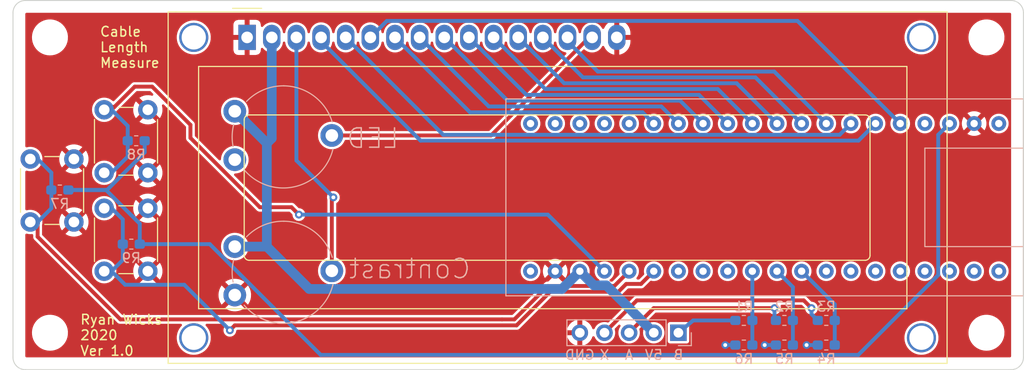
<source format=kicad_pcb>
(kicad_pcb (version 20200119) (host pcbnew "(5.99.0-1565-gc92181621)")
  (title_block (title "Rope Length Measurer") (date "2020-10-25") (rev "1.0"))
  (layers (0 "F.Cu" signal) (31 "B.Cu" signal) (34 "B.Paste" user) (35 "F.Paste" user) (36 "B.SilkS" user) (37 "F.SilkS" user) (38 "B.Mask" user) (39 "F.Mask" user) (44 "Edge.Cuts" user))
  (net 0 "")
  (net 1 "Net-(R1-Pad2)")
  (net 2 "Net-(R1-Pad1)")
  (net 3 "Net-(R2-Pad2)")
  (net 4 "Net-(R2-Pad1)")
  (net 5 "Net-(R3-Pad2)")
  (net 6 "Net-(R3-Pad1)")
  (net 7 "GND")
  (net 8 "+5V")
  (net 9 "Net-(RV1-Pad2)")
  (net 10 "Net-(RV2-Pad2)")
  (net 11 "Net-(RV2-Pad3)")
  (net 12 "/BUT1")
  (net 13 "Net-(U2-Pad28)")
  (net 14 "Net-(U2-Pad33)")
  (net 15 "Net-(U2-Pad32)")
  (net 16 "Net-(U2-Pad31)")
  (net 17 "Net-(U2-Pad30)")
  (net 18 "Net-(U2-Pad29)")
  (net 19 "Net-(U2-Pad27)")
  (net 20 "Net-(U2-Pad26)")
  (net 21 "Net-(U2-Pad36)")
  (net 22 "Net-(U2-Pad34)")
  (net 23 "Net-(U2-Pad35)")
  (net 24 "Net-(U2-Pad40)")
  (net 25 "Net-(U2-Pad37)")
  (net 26 "Net-(U2-Pad25)")
  (net 27 "Net-(U2-Pad24)")
  (net 28 "Net-(U2-Pad23)")
  (net 29 "Net-(U2-Pad22)")
  (net 30 "Net-(U2-Pad21)")
  (net 31 "Net-(U2-Pad20)")
  (net 32 "Net-(U2-Pad14)")
  (net 33 "Net-(U2-Pad13)")
  (net 34 "Net-(U2-Pad12)")
  (net 35 "Net-(U2-Pad8)")
  (net 36 "Net-(U2-Pad7)")
  (net 37 "Net-(U2-Pad6)")
  (net 38 "Net-(U2-Pad5)")
  (net 39 "Net-(U2-Pad4)")
  (net 40 "Net-(U2-Pad3)")
  (net 41 "Net-(U2-Pad2)")
  (net 42 "Net-(U2-Pad1)")
  (net 43 "Net-(R7-Pad2)")
  (net 44 "/BUT2")
  (net 45 "/BUT3")
  (module "Resistor_SMD:R_0603_1608Metric_Pad1.05x0.95mm_HandSolder" (layer "B.Cu") (at 79.502 60.706)
    (fp_text reference "R9" (at 0 1.43) (layer "B.SilkS") (effects (justify mirror)))
    (fp_text value "10K")
    (fp_line (start -0.171267 -0.51) (end 0.171267 -0.51) (layer "B.SilkS") (width 0.12))
    (fp_line (start -0.171267 0.51) (end 0.171267 0.51) (layer "B.SilkS") (width 0.12))
    (pad "2" smd roundrect (at 0.875 0) (size 1.05 0.95) (layers "B.Cu" "B.Paste" "B.Mask") (net 43 "Net-(R7-Pad2)"))
    (pad "1" smd roundrect (at -0.875 0) (size 1.05 0.95) (layers "B.Cu" "B.Paste" "B.Mask") (net 45 "/BUT3"))
  )
  (module "Resistor_SMD:R_0603_1608Metric_Pad1.05x0.95mm_HandSolder" (layer "B.Cu") (at 80.01 50.038)
    (fp_text reference "R8" (at 0 1.43) (layer "B.SilkS") (effects (justify mirror)))
    (fp_text value "10K")
    (fp_line (start -0.171267 -0.51) (end 0.171267 -0.51) (layer "B.SilkS") (width 0.12))
    (fp_line (start -0.171267 0.51) (end 0.171267 0.51) (layer "B.SilkS") (width 0.12))
    (pad "2" smd roundrect (at 0.875 0) (size 1.05 0.95) (layers "B.Cu" "B.Paste" "B.Mask") (net 43 "Net-(R7-Pad2)"))
    (pad "1" smd roundrect (at -0.875 0) (size 1.05 0.95) (layers "B.Cu" "B.Paste" "B.Mask") (net 44 "/BUT2"))
  )
  (module "Resistor_SMD:R_0603_1608Metric_Pad1.05x0.95mm_HandSolder" (layer "B.Cu") (at 72.136 55.118)
    (fp_text reference "R7" (at 0 1.43) (layer "B.SilkS") (effects (justify mirror)))
    (fp_text value "10K")
    (fp_line (start -0.171267 -0.51) (end 0.171267 -0.51) (layer "B.SilkS") (width 0.12))
    (fp_line (start -0.171267 0.51) (end 0.171267 0.51) (layer "B.SilkS") (width 0.12))
    (pad "2" smd roundrect (at 0.875 0) (size 1.05 0.95) (layers "B.Cu" "B.Paste" "B.Mask") (net 43 "Net-(R7-Pad2)"))
    (pad "1" smd roundrect (at -0.875 0) (size 1.05 0.95) (layers "B.Cu" "B.Paste" "B.Mask") (net 12 "/BUT1"))
  )
  (module "RopeLengthMeasurer:BlackPill" (layer "B.Cu") (at 143.51 55.88 90)
    (fp_text reference "U2" hide)
    (fp_text value "BlackPillSTM32" hide)
    (fp_line (start 5.08 17.78) (end 5.08 27.94) (layer "B.SilkS") (width 0.12))
    (fp_line (start -5.08 17.78) (end 5.08 17.78) (layer "B.SilkS") (width 0.12))
    (fp_line (start -5.08 27.94) (end -5.08 17.78) (layer "B.SilkS") (width 0.12))
    (fp_line (start -10.16 -25.4) (end -10.16 27.94) (layer "B.SilkS") (width 0.12))
    (fp_line (start 10.16 -25.4) (end -10.16 -25.4) (layer "B.SilkS") (width 0.12))
    (fp_line (start 10.16 27.94) (end 10.16 -25.4) (layer "B.SilkS") (width 0.12))
    (fp_line (start -10.16 27.94) (end 10.16 27.94) (layer "B.SilkS") (width 0.12))
    (pad "40" thru_hole circle (at 7.62 25.4 90) (size 1.524 1.524) (drill 0.762) (layers *.Cu *.Mask) (net 24 "Net-(U2-Pad40)"))
    (pad "39" thru_hole circle (at 7.62 22.86 90) (size 1.524 1.524) (drill 0.762) (layers *.Cu *.Mask) (net 7 "GND"))
    (pad "38" thru_hole circle (at 7.62 20.32 90) (size 1.524 1.524) (drill 0.762) (layers *.Cu *.Mask) (net 43 "Net-(R7-Pad2)"))
    (pad "37" thru_hole circle (at 7.62 17.78 90) (size 1.524 1.524) (drill 0.762) (layers *.Cu *.Mask) (net 25 "Net-(U2-Pad37)"))
    (pad "36" thru_hole circle (at 7.62 15.24 90) (size 1.524 1.524) (drill 0.762) (layers *.Cu *.Mask) (net 21 "Net-(U2-Pad36)"))
    (pad "35" thru_hole circle (at 7.62 12.7 90) (size 1.524 1.524) (drill 0.762) (layers *.Cu *.Mask) (net 23 "Net-(U2-Pad35)"))
    (pad "34" thru_hole circle (at 7.62 10.16 90) (size 1.524 1.524) (drill 0.762) (layers *.Cu *.Mask) (net 22 "Net-(U2-Pad34)"))
    (pad "33" thru_hole circle (at 7.62 7.62 90) (size 1.524 1.524) (drill 0.762) (layers *.Cu *.Mask) (net 14 "Net-(U2-Pad33)"))
    (pad "32" thru_hole circle (at 7.62 5.08 90) (size 1.524 1.524) (drill 0.762) (layers *.Cu *.Mask) (net 15 "Net-(U2-Pad32)"))
    (pad "31" thru_hole circle (at 7.62 2.54 90) (size 1.524 1.524) (drill 0.762) (layers *.Cu *.Mask) (net 16 "Net-(U2-Pad31)"))
    (pad "30" thru_hole circle (at 7.62 0 90) (size 1.524 1.524) (drill 0.762) (layers *.Cu *.Mask) (net 17 "Net-(U2-Pad30)"))
    (pad "29" thru_hole circle (at 7.62 -2.54 90) (size 1.524 1.524) (drill 0.762) (layers *.Cu *.Mask) (net 18 "Net-(U2-Pad29)"))
    (pad "28" thru_hole circle (at 7.62 -5.08 90) (size 1.524 1.524) (drill 0.762) (layers *.Cu *.Mask) (net 13 "Net-(U2-Pad28)"))
    (pad "27" thru_hole circle (at 7.62 -7.62 90) (size 1.524 1.524) (drill 0.762) (layers *.Cu *.Mask) (net 19 "Net-(U2-Pad27)"))
    (pad "26" thru_hole circle (at 7.62 -10.16 90) (size 1.524 1.524) (drill 0.762) (layers *.Cu *.Mask) (net 20 "Net-(U2-Pad26)"))
    (pad "25" thru_hole circle (at 7.62 -12.7 90) (size 1.524 1.524) (drill 0.762) (layers *.Cu *.Mask) (net 26 "Net-(U2-Pad25)"))
    (pad "24" thru_hole circle (at 7.62 -15.24 90) (size 1.524 1.524) (drill 0.762) (layers *.Cu *.Mask) (net 27 "Net-(U2-Pad24)"))
    (pad "23" thru_hole circle (at 7.62 -17.78 90) (size 1.524 1.524) (drill 0.762) (layers *.Cu *.Mask) (net 28 "Net-(U2-Pad23)"))
    (pad "22" thru_hole circle (at 7.62 -20.32 90) (size 1.524 1.524) (drill 0.762) (layers *.Cu *.Mask) (net 29 "Net-(U2-Pad22)"))
    (pad "21" thru_hole circle (at 7.62 -22.86 90) (size 1.524 1.524) (drill 0.762) (layers *.Cu *.Mask) (net 30 "Net-(U2-Pad21)"))
    (pad "20" thru_hole circle (at -7.62 -22.86 90) (size 1.524 1.524) (drill 0.762) (layers *.Cu *.Mask) (net 31 "Net-(U2-Pad20)"))
    (pad "19" thru_hole circle (at -7.62 -20.32 90) (size 1.524 1.524) (drill 0.762) (layers *.Cu *.Mask) (net 7 "GND"))
    (pad "18" thru_hole circle (at -7.62 -17.78 90) (size 1.524 1.524) (drill 0.762) (layers *.Cu *.Mask) (net 8 "+5V"))
    (pad "17" thru_hole circle (at -7.62 -15.24 90) (size 1.524 1.524) (drill 0.762) (layers *.Cu *.Mask) (net 44 "/BUT2"))
    (pad "16" thru_hole circle (at -7.62 -12.7 90) (size 1.524 1.524) (drill 0.762) (layers *.Cu *.Mask) (net 12 "/BUT1"))
    (pad "15" thru_hole circle (at -7.62 -10.16 90) (size 1.524 1.524) (drill 0.762) (layers *.Cu *.Mask) (net 45 "/BUT3"))
    (pad "14" thru_hole circle (at -7.62 -7.62 90) (size 1.524 1.524) (drill 0.762) (layers *.Cu *.Mask) (net 32 "Net-(U2-Pad14)"))
    (pad "13" thru_hole circle (at -7.62 -5.08 90) (size 1.524 1.524) (drill 0.762) (layers *.Cu *.Mask) (net 33 "Net-(U2-Pad13)"))
    (pad "12" thru_hole circle (at -7.62 -2.54 90) (size 1.524 1.524) (drill 0.762) (layers *.Cu *.Mask) (net 34 "Net-(U2-Pad12)"))
    (pad "11" thru_hole circle (at -7.62 0 90) (size 1.524 1.524) (drill 0.762) (layers *.Cu *.Mask) (net 2 "Net-(R1-Pad1)"))
    (pad "10" thru_hole circle (at -7.62 2.54 90) (size 1.524 1.524) (drill 0.762) (layers *.Cu *.Mask) (net 4 "Net-(R2-Pad1)"))
    (pad "9" thru_hole circle (at -7.62 5.08 90) (size 1.524 1.524) (drill 0.762) (layers *.Cu *.Mask) (net 6 "Net-(R3-Pad1)"))
    (pad "8" thru_hole circle (at -7.62 7.62 90) (size 1.524 1.524) (drill 0.762) (layers *.Cu *.Mask) (net 35 "Net-(U2-Pad8)"))
    (pad "7" thru_hole circle (at -7.62 10.16 90) (size 1.524 1.524) (drill 0.762) (layers *.Cu *.Mask) (net 36 "Net-(U2-Pad7)"))
    (pad "6" thru_hole circle (at -7.62 12.7 90) (size 1.524 1.524) (drill 0.762) (layers *.Cu *.Mask) (net 37 "Net-(U2-Pad6)"))
    (pad "5" thru_hole circle (at -7.62 15.24 90) (size 1.524 1.524) (drill 0.762) (layers *.Cu *.Mask) (net 38 "Net-(U2-Pad5)"))
    (pad "4" thru_hole circle (at -7.62 17.78 90) (size 1.524 1.524) (drill 0.762) (layers *.Cu *.Mask) (net 39 "Net-(U2-Pad4)"))
    (pad "3" thru_hole circle (at -7.62 20.32 90) (size 1.524 1.524) (drill 0.762) (layers *.Cu *.Mask) (net 40 "Net-(U2-Pad3)"))
    (pad "2" thru_hole circle (at -7.62 22.86 90) (size 1.524 1.524) (drill 0.762) (layers *.Cu *.Mask) (net 41 "Net-(U2-Pad2)"))
    (pad "1" thru_hole circle (at -7.62 25.4 90) (size 1.524 1.524) (drill 0.762) (layers *.Cu *.Mask) (net 42 "Net-(U2-Pad1)"))
  )
  (module "Display:WC1602A" (layer "F.Cu") (at 91.44 39.37)
    (fp_text reference "U3" hide)
    (fp_text value "NHD-0420H1Z" hide)
    (fp_line (start -5 28) (end -5 3) (layer "F.SilkS") (width 0.12))
    (fp_line (start 68 28) (end -5 28) (layer "F.SilkS") (width 0.12))
    (fp_line (start 68 3) (end 68 28) (layer "F.SilkS") (width 0.12))
    (fp_line (start -5 3) (end 68 3) (layer "F.SilkS") (width 0.12))
    (fp_arc (start 0.20066 8.49884) (end -0.29972 8.49884) (angle 90) (layer "F.SilkS") (width 0.12))
    (fp_arc (start 0.20066 22.49932) (end 0.20066 22.9997) (angle 90) (layer "F.SilkS") (width 0.12))
    (fp_arc (start 63.70066 22.49932) (end 64.20104 22.49932) (angle 90) (layer "F.SilkS") (width 0.12))
    (fp_arc (start 63.7 8.5) (end 63.7 8) (angle 90) (layer "F.SilkS") (width 0.12))
    (fp_line (start 64.2 8.5) (end 64.2 22.5) (layer "F.SilkS") (width 0.12))
    (fp_line (start 63.70066 23) (end 0.2 23) (layer "F.SilkS") (width 0.12))
    (fp_line (start -0.29972 22.49932) (end -0.29972 8.5) (layer "F.SilkS") (width 0.12))
    (fp_line (start 0.2 8) (end 63.7 8) (layer "F.SilkS") (width 0.12))
    (fp_line (start -1.5 -3) (end 1.5 -3) (layer "F.SilkS") (width 0.12))
    (fp_line (start -8.13 -2.64) (end -7.34 -2.64) (layer "F.SilkS") (width 0.12))
    (fp_line (start -8.14 -2.64) (end -8.14 33.64) (layer "F.SilkS") (width 0.12))
    (fp_line (start 72.14 -2.64) (end -7.34 -2.64) (layer "F.SilkS") (width 0.12))
    (fp_line (start 72.14 33.64) (end 72.14 -2.64) (layer "F.SilkS") (width 0.12))
    (fp_line (start -8.14 33.64) (end 72.14 33.64) (layer "F.SilkS") (width 0.12))
    (pad "" thru_hole circle (at 69.5 0) (size 3 3) (drill 2.5) (layers *.Cu *.Mask))
    (pad "" thru_hole circle (at 69.49948 31.0007) (size 3 3) (drill 2.5) (layers *.Cu *.Mask))
    (pad "" thru_hole circle (at -5.4991 31.0007) (size 3 3) (drill 2.5) (layers *.Cu *.Mask))
    (pad "" thru_hole circle (at -5.4991 0) (size 3 3) (drill 2.5) (layers *.Cu *.Mask))
    (pad "16" thru_hole oval (at 38.1 0) (size 1.8 2.6) (drill 1.2) (layers *.Cu *.Mask) (net 7 "GND"))
    (pad "15" thru_hole oval (at 35.56 0) (size 1.8 2.6) (drill 1.2) (layers *.Cu *.Mask) (net 10 "Net-(RV2-Pad2)"))
    (pad "14" thru_hole oval (at 33.02 0) (size 1.8 2.6) (drill 1.2) (layers *.Cu *.Mask) (net 14 "Net-(U2-Pad33)"))
    (pad "13" thru_hole oval (at 30.48 0) (size 1.8 2.6) (drill 1.2) (layers *.Cu *.Mask) (net 15 "Net-(U2-Pad32)"))
    (pad "12" thru_hole oval (at 27.94 0) (size 1.8 2.6) (drill 1.2) (layers *.Cu *.Mask) (net 16 "Net-(U2-Pad31)"))
    (pad "11" thru_hole oval (at 25.4 0) (size 1.8 2.6) (drill 1.2) (layers *.Cu *.Mask) (net 17 "Net-(U2-Pad30)"))
    (pad "10" thru_hole oval (at 22.86 0) (size 1.8 2.6) (drill 1.2) (layers *.Cu *.Mask) (net 18 "Net-(U2-Pad29)"))
    (pad "9" thru_hole oval (at 20.32 0) (size 1.8 2.6) (drill 1.2) (layers *.Cu *.Mask) (net 13 "Net-(U2-Pad28)"))
    (pad "8" thru_hole oval (at 17.78 0) (size 1.8 2.6) (drill 1.2) (layers *.Cu *.Mask) (net 19 "Net-(U2-Pad27)"))
    (pad "7" thru_hole oval (at 15.24 0) (size 1.8 2.6) (drill 1.2) (layers *.Cu *.Mask) (net 20 "Net-(U2-Pad26)"))
    (pad "6" thru_hole oval (at 12.7 0) (size 1.8 2.6) (drill 1.2) (layers *.Cu *.Mask) (net 21 "Net-(U2-Pad36)"))
    (pad "5" thru_hole oval (at 10.16 0) (size 1.8 2.6) (drill 1.2) (layers *.Cu *.Mask) (net 22 "Net-(U2-Pad34)"))
    (pad "4" thru_hole oval (at 7.62 0) (size 1.8 2.6) (drill 1.2) (layers *.Cu *.Mask) (net 23 "Net-(U2-Pad35)"))
    (pad "3" thru_hole oval (at 5.08 0) (size 1.8 2.6) (drill 1.2) (layers *.Cu *.Mask) (net 9 "Net-(RV1-Pad2)"))
    (pad "2" thru_hole oval (at 2.54 0) (size 1.8 2.6) (drill 1.2) (layers *.Cu *.Mask) (net 8 "+5V"))
    (pad "1" thru_hole rect (at 0 0) (size 1.8 2.6) (drill 1.2) (layers *.Cu *.Mask) (net 7 "GND"))
  )
  (module "Connector_PinHeader_2.54mm:PinHeader_1x05_P2.54mm_Vertical" (layer "B.Cu") (at 135.89 69.85 90)
    (fp_text reference "U1" hide)
    (fp_text value "AMT103" hide)
    (fp_line (start -1.33 1.33) (end 0 1.33) (layer "B.SilkS") (width 0.12))
    (fp_line (start -1.33 0) (end -1.33 1.33) (layer "B.SilkS") (width 0.12))
    (fp_line (start -1.33 -1.27) (end 1.33 -1.27) (layer "B.SilkS") (width 0.12))
    (fp_line (start 1.33 -1.27) (end 1.33 -11.49) (layer "B.SilkS") (width 0.12))
    (fp_line (start -1.33 -1.27) (end -1.33 -11.49) (layer "B.SilkS") (width 0.12))
    (fp_line (start -1.33 -11.49) (end 1.33 -11.49) (layer "B.SilkS") (width 0.12))
    (pad "5" thru_hole oval (at 0 -10.16 90) (size 1.7 1.7) (drill 1) (layers *.Cu *.Mask) (net 7 "GND"))
    (pad "4" thru_hole oval (at 0 -7.62 90) (size 1.7 1.7) (drill 1) (layers *.Cu *.Mask) (net 5 "Net-(R3-Pad2)"))
    (pad "3" thru_hole oval (at 0 -5.08 90) (size 1.7 1.7) (drill 1) (layers *.Cu *.Mask) (net 3 "Net-(R2-Pad2)"))
    (pad "2" thru_hole oval (at 0 -2.54 90) (size 1.7 1.7) (drill 1) (layers *.Cu *.Mask) (net 8 "+5V"))
    (pad "1" thru_hole rect (at 0 0 90) (size 1.7 1.7) (drill 1) (layers *.Cu *.Mask) (net 1 "Net-(R1-Pad2)"))
  )
  (module "Button_Switch_THT:SW_PUSH_6mm_H5mm" (layer "F.Cu") (at 76.708 63.5 90)
    (fp_text reference "SW3" hide)
    (fp_text value "SW_Push")
    (fp_line (start 6.75 3) (end 6.75 1.5) (layer "F.SilkS") (width 0.12))
    (fp_line (start 5.5 -1) (end 1 -1) (layer "F.SilkS") (width 0.12))
    (fp_line (start -0.25 1.5) (end -0.25 3) (layer "F.SilkS") (width 0.12))
    (fp_line (start 1 5.5) (end 5.5 5.5) (layer "F.SilkS") (width 0.12))
    (pad "1" thru_hole circle (at 6.5 0 180) (size 2 2) (drill 1.1) (layers *.Cu *.Mask) (net 45 "/BUT3"))
    (pad "2" thru_hole circle (at 6.5 4.5 180) (size 2 2) (drill 1.1) (layers *.Cu *.Mask) (net 7 "GND"))
    (pad "1" thru_hole circle (at 0 0 180) (size 2 2) (drill 1.1) (layers *.Cu *.Mask) (net 45 "/BUT3"))
    (pad "2" thru_hole circle (at 0 4.5 180) (size 2 2) (drill 1.1) (layers *.Cu *.Mask) (net 7 "GND"))
  )
  (module "Button_Switch_THT:SW_PUSH_6mm_H5mm" (layer "F.Cu") (at 76.708 53.34 90)
    (fp_text reference "SW2" hide)
    (fp_text value "SW_Push")
    (fp_line (start 6.75 3) (end 6.75 1.5) (layer "F.SilkS") (width 0.12))
    (fp_line (start 5.5 -1) (end 1 -1) (layer "F.SilkS") (width 0.12))
    (fp_line (start -0.25 1.5) (end -0.25 3) (layer "F.SilkS") (width 0.12))
    (fp_line (start 1 5.5) (end 5.5 5.5) (layer "F.SilkS") (width 0.12))
    (pad "1" thru_hole circle (at 6.5 0 180) (size 2 2) (drill 1.1) (layers *.Cu *.Mask) (net 44 "/BUT2"))
    (pad "2" thru_hole circle (at 6.5 4.5 180) (size 2 2) (drill 1.1) (layers *.Cu *.Mask) (net 7 "GND"))
    (pad "1" thru_hole circle (at 0 0 180) (size 2 2) (drill 1.1) (layers *.Cu *.Mask) (net 44 "/BUT2"))
    (pad "2" thru_hole circle (at 0 4.5 180) (size 2 2) (drill 1.1) (layers *.Cu *.Mask) (net 7 "GND"))
  )
  (module "Button_Switch_THT:SW_PUSH_6mm_H5mm" (layer "F.Cu") (at 69.088 58.42 90)
    (fp_text reference "SW1" hide)
    (fp_text value "SW_Push")
    (fp_line (start 6.75 3) (end 6.75 1.5) (layer "F.SilkS") (width 0.12))
    (fp_line (start 5.5 -1) (end 1 -1) (layer "F.SilkS") (width 0.12))
    (fp_line (start -0.25 1.5) (end -0.25 3) (layer "F.SilkS") (width 0.12))
    (fp_line (start 1 5.5) (end 5.5 5.5) (layer "F.SilkS") (width 0.12))
    (pad "1" thru_hole circle (at 6.5 0 180) (size 2 2) (drill 1.1) (layers *.Cu *.Mask) (net 12 "/BUT1"))
    (pad "2" thru_hole circle (at 6.5 4.5 180) (size 2 2) (drill 1.1) (layers *.Cu *.Mask) (net 7 "GND"))
    (pad "1" thru_hole circle (at 0 0 180) (size 2 2) (drill 1.1) (layers *.Cu *.Mask) (net 12 "/BUT1"))
    (pad "2" thru_hole circle (at 0 4.5 180) (size 2 2) (drill 1.1) (layers *.Cu *.Mask) (net 7 "GND"))
  )
  (module "Potentiometer_THT:Potentiometer_Piher_PT-10-V10_Vertical" (layer "B.Cu") (at 90.17 46.99)
    (fp_text reference "RV2" hide)
    (fp_text value "R_POT_TRIM" hide)
    (fp_arc (start 5 2.65) (end 1.209 -1.011) (angle 47) (layer "B.SilkS") (width 0.12))
    (fp_arc (start 5 2.65) (end -0.174 3.656) (angle 25) (layer "B.SilkS") (width 0.12))
    (fp_arc (start 5 2.65) (end 10.114 3.924) (angle 126) (layer "B.SilkS") (width 0.12))
    (fp_arc (start 5 2.65) (end 5 -2.62) (angle 73) (layer "B.SilkS") (width 0.12))
    (pad "1" thru_hole circle (at 0 0) (size 2.34 2.34) (drill 1.3) (layers *.Cu *.Mask) (net 8 "+5V"))
    (pad "2" thru_hole circle (at 10 2.5) (size 2.34 2.34) (drill 1.3) (layers *.Cu *.Mask) (net 10 "Net-(RV2-Pad2)"))
    (pad "3" thru_hole circle (at 0 5) (size 2.34 2.34) (drill 1.3) (layers *.Cu *.Mask) (net 11 "Net-(RV2-Pad3)"))
  )
  (module "Potentiometer_THT:Potentiometer_Piher_PT-10-V10_Vertical" (layer "B.Cu") (at 90.17 60.96)
    (fp_text reference "RV1" hide)
    (fp_text value "R_POT_TRIM" hide)
    (fp_arc (start 5 2.65) (end 1.209 -1.011) (angle 47) (layer "B.SilkS") (width 0.12))
    (fp_arc (start 5 2.65) (end -0.174 3.656) (angle 25) (layer "B.SilkS") (width 0.12))
    (fp_arc (start 5 2.65) (end 10.114 3.924) (angle 126) (layer "B.SilkS") (width 0.12))
    (fp_arc (start 5 2.65) (end 5 -2.62) (angle 73) (layer "B.SilkS") (width 0.12))
    (pad "1" thru_hole circle (at 0 0) (size 2.34 2.34) (drill 1.3) (layers *.Cu *.Mask) (net 8 "+5V"))
    (pad "2" thru_hole circle (at 10 2.5) (size 2.34 2.34) (drill 1.3) (layers *.Cu *.Mask) (net 9 "Net-(RV1-Pad2)"))
    (pad "3" thru_hole circle (at 0 5) (size 2.34 2.34) (drill 1.3) (layers *.Cu *.Mask) (net 7 "GND"))
  )
  (module "Resistor_SMD:R_0603_1608Metric_Pad1.05x0.95mm_HandSolder" (layer "B.Cu") (at 142.635 71.12)
    (fp_text reference "R6" (at 0 1.43) (layer "B.SilkS") (effects (justify mirror)))
    (fp_text value "10K")
    (fp_line (start -0.171267 -0.51) (end 0.171267 -0.51) (layer "B.SilkS") (width 0.12))
    (fp_line (start -0.171267 0.51) (end 0.171267 0.51) (layer "B.SilkS") (width 0.12))
    (pad "2" smd roundrect (at 0.875 0) (size 1.05 0.95) (layers "B.Cu" "B.Paste" "B.Mask") (net 2 "Net-(R1-Pad1)"))
    (pad "1" smd roundrect (at -0.875 0) (size 1.05 0.95) (layers "B.Cu" "B.Paste" "B.Mask") (net 7 "GND"))
  )
  (module "Resistor_SMD:R_0603_1608Metric_Pad1.05x0.95mm_HandSolder" (layer "B.Cu") (at 146.812 71.12)
    (fp_text reference "R5" (at 0 1.43) (layer "B.SilkS") (effects (justify mirror)))
    (fp_text value "10K")
    (fp_line (start -0.171267 -0.51) (end 0.171267 -0.51) (layer "B.SilkS") (width 0.12))
    (fp_line (start -0.171267 0.51) (end 0.171267 0.51) (layer "B.SilkS") (width 0.12))
    (pad "2" smd roundrect (at 0.875 0) (size 1.05 0.95) (layers "B.Cu" "B.Paste" "B.Mask") (net 4 "Net-(R2-Pad1)"))
    (pad "1" smd roundrect (at -0.875 0) (size 1.05 0.95) (layers "B.Cu" "B.Paste" "B.Mask") (net 7 "GND"))
  )
  (module "Resistor_SMD:R_0603_1608Metric_Pad1.05x0.95mm_HandSolder" (layer "B.Cu") (at 151.13 71.12)
    (fp_text reference "R4" (at 0 1.43) (layer "B.SilkS") (effects (justify mirror)))
    (fp_text value "10K")
    (fp_line (start -0.171267 -0.51) (end 0.171267 -0.51) (layer "B.SilkS") (width 0.12))
    (fp_line (start -0.171267 0.51) (end 0.171267 0.51) (layer "B.SilkS") (width 0.12))
    (pad "2" smd roundrect (at 0.875 0) (size 1.05 0.95) (layers "B.Cu" "B.Paste" "B.Mask") (net 6 "Net-(R3-Pad1)"))
    (pad "1" smd roundrect (at -0.875 0) (size 1.05 0.95) (layers "B.Cu" "B.Paste" "B.Mask") (net 7 "GND"))
  )
  (module "Resistor_SMD:R_0603_1608Metric_Pad1.05x0.95mm_HandSolder" (layer "B.Cu") (at 151.13 68.58 180)
    (fp_text reference "R3" (at 0 1.43) (layer "B.SilkS") (effects (justify mirror)))
    (fp_text value "5.2K")
    (fp_line (start -0.171267 -0.51) (end 0.171267 -0.51) (layer "B.SilkS") (width 0.12))
    (fp_line (start -0.171267 0.51) (end 0.171267 0.51) (layer "B.SilkS") (width 0.12))
    (pad "2" smd roundrect (at 0.875 0 180) (size 1.05 0.95) (layers "B.Cu" "B.Paste" "B.Mask") (net 5 "Net-(R3-Pad2)"))
    (pad "1" smd roundrect (at -0.875 0 180) (size 1.05 0.95) (layers "B.Cu" "B.Paste" "B.Mask") (net 6 "Net-(R3-Pad1)"))
  )
  (module "Resistor_SMD:R_0603_1608Metric_Pad1.05x0.95mm_HandSolder" (layer "B.Cu") (at 146.812 68.58 180)
    (fp_text reference "R2" (at 0 1.43 180) (layer "B.SilkS") (effects (justify mirror)))
    (fp_text value "5.2K")
    (fp_line (start -0.171267 -0.51) (end 0.171267 -0.51) (layer "B.SilkS") (width 0.12))
    (fp_line (start -0.171267 0.51) (end 0.171267 0.51) (layer "B.SilkS") (width 0.12))
    (pad "2" smd roundrect (at 0.875 0 180) (size 1.05 0.95) (layers "B.Cu" "B.Paste" "B.Mask") (net 3 "Net-(R2-Pad2)"))
    (pad "1" smd roundrect (at -0.875 0 180) (size 1.05 0.95) (layers "B.Cu" "B.Paste" "B.Mask") (net 4 "Net-(R2-Pad1)"))
  )
  (module "Resistor_SMD:R_0603_1608Metric_Pad1.05x0.95mm_HandSolder" (layer "B.Cu") (at 142.635 68.58 180)
    (fp_text reference "R1" (at 0 1.43) (layer "B.SilkS") (effects (justify mirror)))
    (fp_text value "5.2K")
    (fp_line (start -0.171267 -0.51) (end 0.171267 -0.51) (layer "B.SilkS") (width 0.12))
    (fp_line (start -0.171267 0.51) (end 0.171267 0.51) (layer "B.SilkS") (width 0.12))
    (pad "2" smd roundrect (at 0.875 0 180) (size 1.05 0.95) (layers "B.Cu" "B.Paste" "B.Mask") (net 1 "Net-(R1-Pad2)"))
    (pad "1" smd roundrect (at -0.875 0 180) (size 1.05 0.95) (layers "B.Cu" "B.Paste" "B.Mask") (net 2 "Net-(R1-Pad1)"))
  )
  (module "MountingHole:MountingHole_3.2mm_M3" (layer "F.Cu") (at 167.64 69.85)
    (fp_text reference "H4" hide)
    (fp_text value "MountingHole" hide)
    (pad "1" np_thru_hole circle (at 0 0) (size 3.2 3.2) (drill 3.2) (layers *.Cu *.Mask))
  )
  (module "MountingHole:MountingHole_3.2mm_M3" (layer "F.Cu") (at 167.64 39.37)
    (fp_text reference "H3" hide)
    (fp_text value "MountingHole" hide)
    (pad "1" np_thru_hole circle (at 0 0) (size 3.2 3.2) (drill 3.2) (layers *.Cu *.Mask))
  )
  (module "MountingHole:MountingHole_3.2mm_M3" (layer "F.Cu") (at 71.12 69.85)
    (fp_text reference "H2" hide)
    (fp_text value "MountingHole" hide)
    (pad "1" np_thru_hole circle (at 0 0) (size 3.2 3.2) (drill 3.2) (layers *.Cu *.Mask))
  )
  (module "MountingHole:MountingHole_3.2mm_M3" (layer "F.Cu") (at 71.12 39.37)
    (fp_text reference "H1" hide)
    (fp_text value "MountingHole")
    (pad "1" np_thru_hole circle (at 0 0) (size 3.2 3.2) (drill 3.2) (layers *.Cu *.Mask))
  )
  (gr_text "Ryan Wicks\n2020\nVer 1.0" (at 74.168 70.104) (layer "F.SilkS") (effects (font (size 1 1)) (justify left)))
  (gr_text "Cable \nLength \nMeasure" (at 76.2 40.386) (layer "F.SilkS") (effects (font (size 1 1)) (justify left)))
  (gr_text "Contrast" (at 108.204 63.246) (layer "B.SilkS") (effects (font (size 2 2)) (justify mirror)))
  (gr_text "LED" (at 104.394 49.784) (layer "B.SilkS") (effects (font (size 2 2)) (justify mirror)))
  (gr_text "GND" (at 125.73 72.136) (layer "B.SilkS") (effects (font (size 1 1)) (justify mirror)))
  (gr_text "5V" (at 133.35 72.136) (layer "B.SilkS") (effects (font (size 1 1)) (justify mirror)))
  (gr_text "X" (at 128.27 72.136) (layer "B.SilkS") (effects (font (size 1 1)) (justify mirror)))
  (gr_text "B" (at 135.89 72.136) (layer "B.SilkS") (effects (font (size 1 1)) (justify mirror)))
  (gr_text "A" (at 130.81 72.136) (layer "B.SilkS") (effects (font (size 1 1)) (justify mirror)))
  (gr_arc (start 170.18 36.83) (end 171.45 36.83) (angle -90) (layer "Edge.Cuts") (width 0.1))
  (gr_arc (start 170.18 72.39) (end 170.18 73.66) (angle -90) (layer "Edge.Cuts") (width 0.1))
  (gr_arc (start 68.58 72.39) (end 67.31 72.39) (angle -90) (layer "Edge.Cuts") (width 0.1))
  (gr_arc (start 68.58 36.83) (end 68.58 35.56) (angle -90) (layer "Edge.Cuts") (width 0.1))
  (gr_line (start 67.31 72.39) (end 67.31 36.83) (layer "Edge.Cuts") (width 0.1))
  (gr_line (start 170.18 73.66) (end 68.58 73.66) (layer "Edge.Cuts") (width 0.1))
  (gr_line (start 171.45 36.83) (end 171.45 72.39) (layer "Edge.Cuts") (width 0.1))
  (gr_line (start 68.58 35.56) (end 170.18 35.56) (layer "Edge.Cuts") (width 0.1))
  (segment (start 77.776 46.534) (end 79.86 44.45) (width 0.4) (layer "F.Cu") (net 44))
  (segment (start 77.47 46.84) (end 77.776 46.534) (width 0.4) (layer "F.Cu") (net 44))
  (segment (start 77.776 46.534) (end 77.014 46.534) (width 0.4) (layer "F.Cu") (net 44))
  (segment (start 77.014 46.534) (end 76.708 46.84) (width 0.4) (layer "F.Cu") (net 44))
  (segment (start 79.135 48.505) (end 77.799 47.169) (width 0.4) (layer "B.Cu") (net 44))
  (segment (start 76.708 46.84) (end 77.47 46.84) (width 0.4) (layer "B.Cu") (net 44))
  (segment (start 77.47 46.84) (end 77.799 47.169) (width 0.4) (layer "B.Cu") (net 44))
  (segment (start 78.627 62.343) (end 77.851 63.119) (width 0.4) (layer "B.Cu") (net 45))
  (segment (start 76.708 63.5) (end 77.47 63.5) (width 0.4) (layer "B.Cu") (net 45))
  (segment (start 77.47 63.5) (end 77.851 63.119) (width 0.4) (layer "B.Cu") (net 45))
  (segment (start 78.627 58.157) (end 77.799 57.329) (width 0.4) (layer "B.Cu") (net 45))
  (segment (start 76.708 57) (end 77.47 57) (width 0.4) (layer "B.Cu") (net 45))
  (segment (start 77.47 57) (end 77.799 57.329) (width 0.4) (layer "B.Cu") (net 45))
  (segment (start 79.135 51.675) (end 77.597 53.213) (width 0.4) (layer "B.Cu") (net 44))
  (segment (start 76.708 53.34) (end 77.47 53.34) (width 0.4) (layer "B.Cu") (net 44))
  (segment (start 77.47 53.34) (end 77.597 53.213) (width 0.4) (layer "B.Cu") (net 44))
  (segment (start 71.261 57.009) (end 70.104 58.166) (width 0.4) (layer "B.Cu") (net 12))
  (segment (start 69.088 58.42) (end 69.85 58.42) (width 0.4) (layer "B.Cu") (net 12))
  (segment (start 69.85 58.42) (end 70.104 58.166) (width 0.4) (layer "B.Cu") (net 12))
  (segment (start 71.261 53.331) (end 69.925 51.995) (width 0.4) (layer "B.Cu") (net 12))
  (segment (start 69.088 51.92) (end 69.85 51.92) (width 0.4) (layer "B.Cu") (net 12))
  (segment (start 69.85 51.92) (end 69.925 51.995) (width 0.4) (layer "B.Cu") (net 12))
  (segment (start 73.011 55.118) (end 76.898002 55.118) (width 0.4) (layer "B.Cu") (net 43))
  (segment (start 76.898002 55.118) (end 80.377 58.596998) (width 0.4) (layer "B.Cu") (net 43))
  (segment (start 80.377 58.596998) (end 80.377 60.706) (width 0.4) (layer "B.Cu") (net 43))
  (segment (start 73.011 55.118) (end 77.002002 55.118) (width 0.4) (layer "B.Cu") (net 43))
  (segment (start 77.002002 55.118) (end 80.885 51.235002) (width 0.4) (layer "B.Cu") (net 43))
  (segment (start 80.885 51.235002) (end 80.885 50.038) (width 0.4) (layer "B.Cu") (net 43))
  (via (at 89.662 69.596) (size 0.8) (drill 0.4) (layers "F.Cu" "B.Cu") (net 45))
  (segment (start 90.17 69.088) (end 89.662 69.596) (width 0.4) (layer "F.Cu") (net 45))
  (segment (start 122.676532 65.62401) (end 119.212542 69.088) (width 0.4) (layer "F.Cu") (net 45))
  (segment (start 84.966001 64.900001) (end 78.870001 64.900001) (width 0.4) (layer "B.Cu") (net 45))
  (segment (start 132.036729 64.813271) (end 130.512729 64.813271) (width 0.4) (layer "F.Cu") (net 45))
  (segment (start 89.662 69.596) (end 84.966001 64.900001) (width 0.4) (layer "B.Cu") (net 45))
  (segment (start 133.35 63.5) (end 132.036729 64.813271) (width 0.4) (layer "F.Cu") (net 45))
  (segment (start 129.70199 65.62401) (end 122.676532 65.62401) (width 0.4) (layer "F.Cu") (net 45))
  (segment (start 130.512729 64.813271) (end 129.70199 65.62401) (width 0.4) (layer "F.Cu") (net 45))
  (segment (start 119.212542 69.088) (end 90.17 69.088) (width 0.4) (layer "F.Cu") (net 45))
  (segment (start 78.870001 64.900001) (end 77.47 63.5) (width 0.4) (layer "B.Cu") (net 45))
  (segment (start 148.59 63.5) (end 152.005 66.915) (width 0.4) (layer "B.Cu") (net 6))
  (segment (start 152.005 66.915) (end 152.005 68.58) (width 0.4) (layer "B.Cu") (net 6))
  (segment (start 146.05 63.5) (end 147.687 65.137) (width 0.4) (layer "B.Cu") (net 4))
  (segment (start 147.687 65.137) (end 147.687 68.58) (width 0.4) (layer "B.Cu") (net 4))
  (segment (start 150.255 71.12) (end 149.098 71.12) (width 0.4) (layer "B.Cu") (net 7))
  (segment (start 152.005 71.12) (end 152.005 68.58) (width 0.4) (layer "B.Cu") (net 6))
  (segment (start 147.687 71.12) (end 147.687 68.58) (width 0.4) (layer "B.Cu") (net 4))
  (segment (start 145.937 71.12) (end 144.78 71.12) (width 0.4) (layer "B.Cu") (net 7))
  (segment (start 141.76 71.12) (end 140.716 71.12) (width 0.4) (layer "B.Cu") (net 7))
  (segment (start 143.51 68.58) (end 143.51 71.12) (width 0.4) (layer "B.Cu") (net 2))
  (segment (start 143.51 63.5) (end 143.51 68.58) (width 0.4) (layer "B.Cu") (net 2))
  (via (at 149.606 67.31) (size 0.8) (drill 0.4) (layers "F.Cu" "B.Cu") (net 5))
  (segment (start 148.805999 66.509999) (end 149.606 67.31) (width 0.4) (layer "F.Cu") (net 5))
  (segment (start 128.27 69.85) (end 131.610001 66.509999) (width 0.4) (layer "F.Cu") (net 5))
  (segment (start 149.606 67.31) (end 149.606 67.931) (width 0.4) (layer "B.Cu") (net 5))
  (segment (start 131.610001 66.509999) (end 148.805999 66.509999) (width 0.4) (layer "F.Cu") (net 5))
  (segment (start 149.606 67.931) (end 150.255 68.58) (width 0.4) (layer "B.Cu") (net 5))
  (via (at 145.796 67.31) (size 0.8) (drill 0.4) (layers "F.Cu" "B.Cu") (net 3))
  (segment (start 133.35 67.31) (end 145.796 67.31) (width 0.4) (layer "F.Cu") (net 3))
  (segment (start 130.81 69.85) (end 133.35 67.31) (width 0.4) (layer "F.Cu") (net 3))
  (segment (start 145.796 67.31) (end 145.796 68.439) (width 0.4) (layer "B.Cu") (net 3))
  (segment (start 145.796 68.439) (end 145.937 68.58) (width 0.4) (layer "B.Cu") (net 3))
  (segment (start 135.89 69.85) (end 137.414 68.58) (width 0.4) (layer "B.Cu") (net 1))
  (segment (start 137.414 68.58) (end 141.76 68.58) (width 0.4) (layer "B.Cu") (net 1))
  (segment (start 125.73 63.5) (end 127.192001 64.962001) (width 1) (layer "B.Cu") (net 8))
  (segment (start 127.192001 64.962001) (end 128.462001 64.962001) (width 1) (layer "B.Cu") (net 8))
  (segment (start 128.462001 64.962001) (end 133.35 69.85) (width 1) (layer "B.Cu") (net 8))
  (segment (start 99.06 39.37) (end 99.06 39.77) (width 0.4) (layer "B.Cu") (net 23))
  (segment (start 99.06 39.77) (end 109.312011 50.022011) (width 0.4) (layer "B.Cu") (net 23))
  (segment (start 109.312011 50.022011) (end 154.447989 50.022011) (width 0.4) (layer "B.Cu") (net 23))
  (segment (start 154.447989 50.022011) (end 156.21 48.26) (width 0.4) (layer "B.Cu") (net 23))
  (segment (start 101.6 39.37) (end 111.652001 49.422001) (width 0.4) (layer "B.Cu") (net 22))
  (segment (start 111.652001 49.422001) (end 152.507999 49.422001) (width 0.4) (layer "B.Cu") (net 22))
  (segment (start 152.507999 49.422001) (end 153.67 48.26) (width 0.4) (layer "B.Cu") (net 22))
  (segment (start 104.14 39.37) (end 105.84001 37.66999) (width 0.4) (layer "B.Cu") (net 21))
  (segment (start 105.84001 37.66999) (end 148.15999 37.66999) (width 0.4) (layer "B.Cu") (net 21))
  (segment (start 148.15999 37.66999) (end 158.75 48.26) (width 0.4) (layer "B.Cu") (net 21))
  (via (at 100.33 55.88) (size 0.8) (drill 0.4) (layers "F.Cu" "B.Cu") (net 9))
  (segment (start 100.17 56.04) (end 100.33 55.88) (width 0.4) (layer "F.Cu") (net 9))
  (segment (start 100.17 63.46) (end 100.17 56.04) (width 0.4) (layer "F.Cu") (net 9))
  (segment (start 100.33 55.88) (end 96.52 52.07) (width 0.4) (layer "B.Cu") (net 9))
  (segment (start 96.52 52.07) (end 96.52 39.37) (width 0.4) (layer "B.Cu") (net 9))
  (segment (start 100.17 49.49) (end 116.578491 49.49) (width 0.4) (layer "F.Cu") (net 10))
  (segment (start 116.578491 49.49) (end 126.698491 39.37) (width 0.4) (layer "F.Cu") (net 10))
  (segment (start 126.698491 39.37) (end 127 39.37) (width 0.4) (layer "F.Cu") (net 10))
  (segment (start 124.46 39.37) (end 124.46 39.77) (width 0.4) (layer "B.Cu") (net 14))
  (segment (start 124.46 39.77) (end 127.587934 42.897934) (width 0.4) (layer "B.Cu") (net 14))
  (segment (start 127.587934 42.897934) (end 145.767934 42.897934) (width 0.4) (layer "B.Cu") (net 14))
  (segment (start 145.767934 42.897934) (end 151.13 48.26) (width 0.4) (layer "B.Cu") (net 14))
  (segment (start 121.92 39.37) (end 126.047944 43.497944) (width 0.4) (layer "B.Cu") (net 15))
  (segment (start 126.047944 43.497944) (end 143.827944 43.497944) (width 0.4) (layer "B.Cu") (net 15))
  (segment (start 143.827944 43.497944) (end 148.59 48.26) (width 0.4) (layer "B.Cu") (net 15))
  (segment (start 119.38 39.37) (end 124.107953 44.097953) (width 0.4) (layer "B.Cu") (net 16))
  (segment (start 124.107953 44.097953) (end 141.887953 44.097953) (width 0.4) (layer "B.Cu") (net 16))
  (segment (start 141.887953 44.097953) (end 146.05 48.26) (width 0.4) (layer "B.Cu") (net 16))
  (segment (start 116.84 39.37) (end 122.167962 44.697962) (width 0.4) (layer "B.Cu") (net 17))
  (segment (start 139.947962 44.697962) (end 143.51 48.26) (width 0.4) (layer "B.Cu") (net 17))
  (segment (start 122.167962 44.697962) (end 139.947962 44.697962) (width 0.4) (layer "B.Cu") (net 17))
  (segment (start 114.3 39.37) (end 120.227971 45.297971) (width 0.4) (layer "B.Cu") (net 18))
  (segment (start 120.227971 45.297971) (end 138.007971 45.297971) (width 0.4) (layer "B.Cu") (net 18))
  (segment (start 138.007971 45.297971) (end 140.97 48.26) (width 0.4) (layer "B.Cu") (net 18))
  (segment (start 111.76 39.37) (end 118.28798 45.89798) (width 0.4) (layer "B.Cu") (net 13))
  (segment (start 118.28798 45.89798) (end 136.06798 45.89798) (width 0.4) (layer "B.Cu") (net 13))
  (segment (start 136.06798 45.89798) (end 138.43 48.26) (width 0.4) (layer "B.Cu") (net 13))
  (segment (start 109.22 39.37) (end 116.34799 46.49799) (width 0.4) (layer "B.Cu") (net 19))
  (segment (start 116.34799 46.49799) (end 134.12799 46.49799) (width 0.4) (layer "B.Cu") (net 19))
  (segment (start 134.12799 46.49799) (end 135.89 48.26) (width 0.4) (layer "B.Cu") (net 19))
  (segment (start 132.187999 47.097999) (end 116.185999 47.097999) (width 0.4) (layer "B.Cu") (net 20))
  (segment (start 133.35 48.26) (end 132.187999 47.097999) (width 0.4) (layer "B.Cu") (net 20))
  (segment (start 116.185999 47.097999) (end 114.407999 47.097999) (width 0.4) (layer "B.Cu") (net 20))
  (segment (start 114.407999 47.097999) (end 106.68 39.37) (width 0.4) (layer "B.Cu") (net 20))
  (segment (start 96.012 56.896) (end 96.774 57.658) (width 0.4) (layer "F.Cu") (net 44))
  (segment (start 81.652002 44.45) (end 85.598 48.395998) (width 0.4) (layer "F.Cu") (net 44))
  (segment (start 79.86 44.45) (end 81.652002 44.45) (width 0.4) (layer "F.Cu") (net 44))
  (segment (start 96.774 57.658) (end 122.428 57.658) (width 0.4) (layer "B.Cu") (net 44))
  (segment (start 122.428 57.658) (end 128.27 63.5) (width 0.4) (layer "B.Cu") (net 44))
  (via (at 96.774 57.658) (size 0.8) (drill 0.4) (layers "F.Cu" "B.Cu") (net 44))
  (segment (start 85.598 48.395998) (end 85.598 49.741602) (width 0.4) (layer "F.Cu") (net 44))
  (segment (start 92.752398 56.896) (end 96.012 56.896) (width 0.4) (layer "F.Cu") (net 44))
  (segment (start 85.598 49.741602) (end 92.752398 56.896) (width 0.4) (layer "F.Cu") (net 44))
  (segment (start 93.98 39.37) (end 93.98 49.784) (width 1) (layer "B.Cu") (net 8))
  (segment (start 93.98 49.784) (end 93.472 50.292) (width 1) (layer "B.Cu") (net 8))
  (segment (start 90.17 46.99) (end 93.472 50.292) (width 1) (layer "B.Cu") (net 8))
  (segment (start 93.472 50.292) (end 93.472 60.96) (width 1) (layer "B.Cu") (net 8))
  (segment (start 124.206 65.024) (end 123.899999 65.330001) (width 1) (layer "B.Cu") (net 8))
  (segment (start 123.899999 65.330001) (end 97.842001 65.330001) (width 1) (layer "B.Cu") (net 8))
  (segment (start 125.73 63.5) (end 124.206 65.024) (width 1) (layer "B.Cu") (net 8))
  (segment (start 97.842001 65.330001) (end 93.472 60.96) (width 1) (layer "B.Cu") (net 8))
  (segment (start 93.472 60.96) (end 90.17 60.96) (width 1) (layer "B.Cu") (net 8))
  (segment (start 78.376699 68.470699) (end 117.711301 68.470699) (width 0.4) (layer "F.Cu") (net 12))
  (segment (start 69.85 59.944) (end 78.376699 68.470699) (width 0.4) (layer "F.Cu") (net 12))
  (segment (start 69.85 58.42) (end 69.85 59.944) (width 0.4) (layer "F.Cu") (net 12))
  (segment (start 118.981301 68.470699) (end 122.428 65.024) (width 0.4) (layer "F.Cu") (net 12))
  (segment (start 117.711301 68.470699) (end 118.981301 68.470699) (width 0.4) (layer "F.Cu") (net 12))
  (segment (start 122.428 65.024) (end 129.286 65.024) (width 0.4) (layer "F.Cu") (net 12))
  (segment (start 129.286 65.024) (end 130.81 63.5) (width 0.4) (layer "F.Cu") (net 12))
  (segment (start 87.592398 60.706) (end 99.022398 72.136) (width 0.4) (layer "B.Cu") (net 43))
  (segment (start 80.377 60.706) (end 87.592398 60.706) (width 0.4) (layer "B.Cu") (net 43))
  (segment (start 99.022398 72.136) (end 154.432 72.136) (width 0.4) (layer "B.Cu") (net 43))
  (segment (start 154.432 72.136) (end 162.667999 63.900001) (width 0.4) (layer "B.Cu") (net 43))
  (segment (start 162.667999 63.900001) (end 162.667999 49.422001) (width 0.4) (layer "B.Cu") (net 43))
  (segment (start 162.667999 49.422001) (end 163.83 48.26) (width 0.4) (layer "B.Cu") (net 43))
  (segment (start 78.627 60.706) (end 78.627 62.343) (width 0.4) (layer "B.Cu") (net 45))
  (segment (start 78.627 60.706) (end 78.627 58.157) (width 0.4) (layer "B.Cu") (net 45))
  (segment (start 79.135 50.038) (end 79.135 51.675) (width 0.4) (layer "B.Cu") (net 44))
  (segment (start 79.135 50.038) (end 79.135 48.505) (width 0.4) (layer "B.Cu") (net 44))
  (segment (start 71.261 55.118) (end 71.261 57.009) (width 0.4) (layer "B.Cu") (net 12))
  (segment (start 71.261 55.118) (end 71.261 53.331) (width 0.4) (layer "B.Cu") (net 12))
  (via (at 149.098 71.12) (size 0.8) (drill 0.4) (layers "F.Cu" "B.Cu") (net 7))
  (via (at 144.78 71.12) (size 0.8) (drill 0.4) (layers "F.Cu" "B.Cu") (net 7))
  (via (at 140.716 71.12) (size 0.8) (drill 0.4) (layers "F.Cu" "B.Cu") (net 7))
  (zone (net 7) (net_name "GND") (layer "F.Cu") (connect_pads (clearance 0.254)) (min_thickness 0.254) (fill yes (thermal_gap 0.508) (thermal_bridge_width 0.508))
    (polygon (pts (xy 170.18 72.39) (xy 68.58 72.39) (xy 68.58 36.83) (xy 170.18 36.83)))
  )
)
</source>
